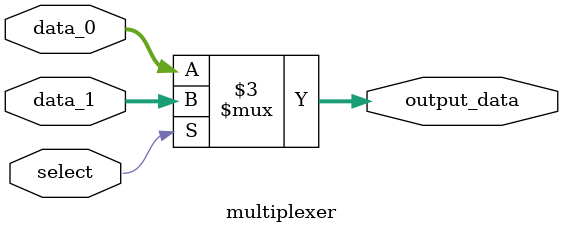
<source format=v>
module multiplexer (
  input wire [63:0] data_0,
  input wire [63:0] data_1,
  input select,
  output reg [63:0] output_data
);

always @ (*)
begin
  if (select)
    output_data <= data_1;
  else
    output_data <= data_0;
end

endmodule

</source>
